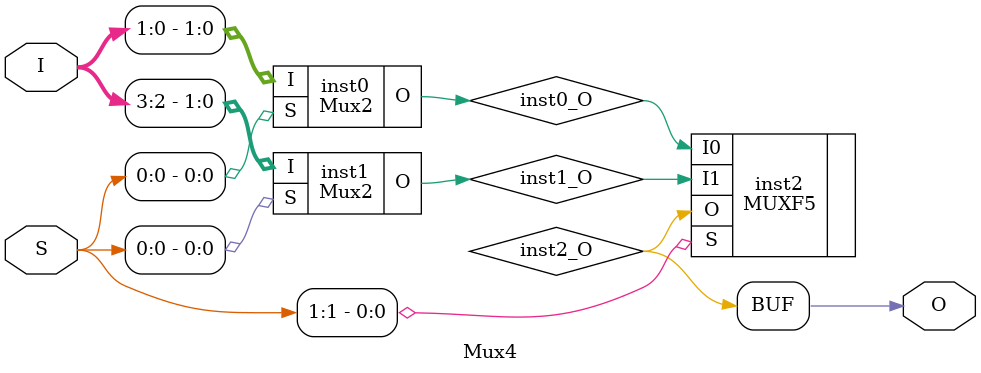
<source format=v>
module Mux2 (input [1:0] I, input  S, output  O);
wire  inst0_O;
LUT3 #(.INIT(8'hCA)) inst0 (.I0(I[0]), .I1(I[1]), .I2(S), .O(inst0_O));
assign O = inst0_O;
endmodule

module Mux4 (input [3:0] I, input [1:0] S, output  O);
wire  inst0_O;
wire  inst1_O;
wire  inst2_O;
Mux2 inst0 (.I({I[1],I[0]}), .S(S[0]), .O(inst0_O));
Mux2 inst1 (.I({I[3],I[2]}), .S(S[0]), .O(inst1_O));
MUXF5 inst2 (.I0(inst0_O), .I1(inst1_O), .S(S[1]), .O(inst2_O));
assign O = inst2_O;
endmodule


</source>
